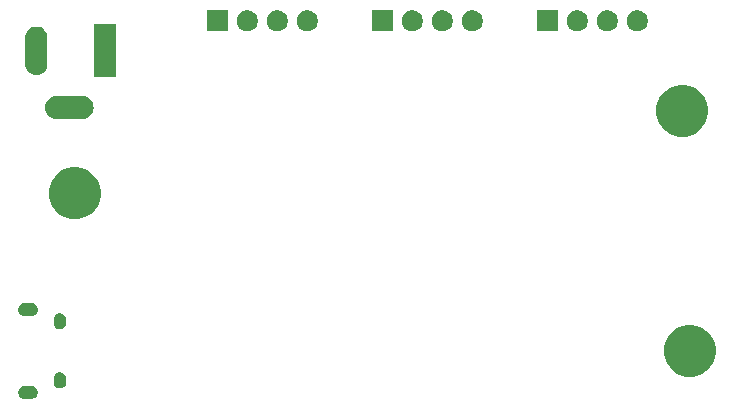
<source format=gbr>
G04 #@! TF.GenerationSoftware,KiCad,Pcbnew,(5.1.5)-3*
G04 #@! TF.CreationDate,2020-06-12T14:11:04-04:00*
G04 #@! TF.ProjectId,main,6d61696e-2e6b-4696-9361-645f70636258,rev?*
G04 #@! TF.SameCoordinates,Original*
G04 #@! TF.FileFunction,Soldermask,Bot*
G04 #@! TF.FilePolarity,Negative*
%FSLAX46Y46*%
G04 Gerber Fmt 4.6, Leading zero omitted, Abs format (unit mm)*
G04 Created by KiCad (PCBNEW (5.1.5)-3) date 2020-06-12 14:11:04*
%MOMM*%
%LPD*%
G04 APERTURE LIST*
%ADD10C,0.100000*%
G04 APERTURE END LIST*
D10*
G36*
X93568015Y-120431973D02*
G01*
X93671879Y-120463479D01*
X93699055Y-120478005D01*
X93767600Y-120514643D01*
X93851501Y-120583499D01*
X93920357Y-120667400D01*
X93956995Y-120735945D01*
X93971521Y-120763121D01*
X94003027Y-120866985D01*
X94013666Y-120975000D01*
X94003027Y-121083015D01*
X93971521Y-121186879D01*
X93971519Y-121186882D01*
X93920357Y-121282600D01*
X93851501Y-121366501D01*
X93767600Y-121435357D01*
X93699055Y-121471995D01*
X93671879Y-121486521D01*
X93568015Y-121518027D01*
X93487067Y-121526000D01*
X92882933Y-121526000D01*
X92801985Y-121518027D01*
X92698121Y-121486521D01*
X92670945Y-121471995D01*
X92602400Y-121435357D01*
X92518499Y-121366501D01*
X92449643Y-121282600D01*
X92398481Y-121186882D01*
X92398479Y-121186879D01*
X92366973Y-121083015D01*
X92356334Y-120975000D01*
X92366973Y-120866985D01*
X92398479Y-120763121D01*
X92413005Y-120735945D01*
X92449643Y-120667400D01*
X92518499Y-120583499D01*
X92602400Y-120514643D01*
X92670945Y-120478005D01*
X92698121Y-120463479D01*
X92801985Y-120431973D01*
X92882933Y-120424000D01*
X93487067Y-120424000D01*
X93568015Y-120431973D01*
G37*
G36*
X95988114Y-119306611D02*
G01*
X96087265Y-119336688D01*
X96178644Y-119385531D01*
X96258738Y-119451262D01*
X96324469Y-119531356D01*
X96373312Y-119622736D01*
X96403389Y-119721887D01*
X96411000Y-119799162D01*
X96411000Y-120150839D01*
X96403389Y-120228114D01*
X96373312Y-120327265D01*
X96324469Y-120418644D01*
X96258738Y-120498738D01*
X96178644Y-120564469D01*
X96087264Y-120613312D01*
X95988113Y-120643389D01*
X95885000Y-120653545D01*
X95781886Y-120643389D01*
X95682735Y-120613312D01*
X95591356Y-120564469D01*
X95511262Y-120498738D01*
X95445531Y-120418644D01*
X95396688Y-120327264D01*
X95366611Y-120228113D01*
X95359000Y-120150838D01*
X95359000Y-119799161D01*
X95366611Y-119721886D01*
X95386663Y-119655785D01*
X95396689Y-119622734D01*
X95445532Y-119531356D01*
X95511263Y-119451262D01*
X95591357Y-119385531D01*
X95682736Y-119336688D01*
X95781887Y-119306611D01*
X95885000Y-119296455D01*
X95988114Y-119306611D01*
G37*
G36*
X149867007Y-115358582D02*
G01*
X150267563Y-115524498D01*
X150267565Y-115524499D01*
X150628056Y-115765371D01*
X150934629Y-116071944D01*
X151175501Y-116432435D01*
X151175502Y-116432437D01*
X151341418Y-116832993D01*
X151426000Y-117258219D01*
X151426000Y-117691781D01*
X151341418Y-118117007D01*
X151175502Y-118517563D01*
X151175501Y-118517565D01*
X150934629Y-118878056D01*
X150628056Y-119184629D01*
X150267565Y-119425501D01*
X150267564Y-119425502D01*
X150267563Y-119425502D01*
X149867007Y-119591418D01*
X149441781Y-119676000D01*
X149008219Y-119676000D01*
X148582993Y-119591418D01*
X148182437Y-119425502D01*
X148182436Y-119425502D01*
X148182435Y-119425501D01*
X147821944Y-119184629D01*
X147515371Y-118878056D01*
X147274499Y-118517565D01*
X147274498Y-118517563D01*
X147108582Y-118117007D01*
X147024000Y-117691781D01*
X147024000Y-117258219D01*
X147108582Y-116832993D01*
X147274498Y-116432437D01*
X147274499Y-116432435D01*
X147515371Y-116071944D01*
X147821944Y-115765371D01*
X148182435Y-115524499D01*
X148182437Y-115524498D01*
X148582993Y-115358582D01*
X149008219Y-115274000D01*
X149441781Y-115274000D01*
X149867007Y-115358582D01*
G37*
G36*
X95988114Y-114306611D02*
G01*
X96087265Y-114336688D01*
X96178644Y-114385531D01*
X96258738Y-114451262D01*
X96324469Y-114531356D01*
X96373312Y-114622736D01*
X96403389Y-114721887D01*
X96411000Y-114799162D01*
X96411000Y-115150839D01*
X96403389Y-115228114D01*
X96373312Y-115327265D01*
X96324469Y-115418644D01*
X96258738Y-115498738D01*
X96178644Y-115564469D01*
X96087264Y-115613312D01*
X95988113Y-115643389D01*
X95885000Y-115653545D01*
X95781886Y-115643389D01*
X95682735Y-115613312D01*
X95591356Y-115564469D01*
X95511262Y-115498738D01*
X95445531Y-115418644D01*
X95396688Y-115327264D01*
X95366611Y-115228113D01*
X95359000Y-115150838D01*
X95359000Y-114799161D01*
X95366611Y-114721886D01*
X95386663Y-114655785D01*
X95396689Y-114622734D01*
X95445532Y-114531356D01*
X95456471Y-114518027D01*
X95511263Y-114451262D01*
X95591357Y-114385531D01*
X95682736Y-114336688D01*
X95781887Y-114306611D01*
X95885000Y-114296455D01*
X95988114Y-114306611D01*
G37*
G36*
X93568015Y-113431973D02*
G01*
X93671879Y-113463479D01*
X93699055Y-113478005D01*
X93767600Y-113514643D01*
X93851501Y-113583499D01*
X93920357Y-113667400D01*
X93956995Y-113735945D01*
X93971521Y-113763121D01*
X94003027Y-113866985D01*
X94013666Y-113975000D01*
X94003027Y-114083015D01*
X93971521Y-114186879D01*
X93971519Y-114186882D01*
X93920357Y-114282600D01*
X93851501Y-114366501D01*
X93767600Y-114435357D01*
X93699055Y-114471995D01*
X93671879Y-114486521D01*
X93568015Y-114518027D01*
X93487067Y-114526000D01*
X92882933Y-114526000D01*
X92801985Y-114518027D01*
X92698121Y-114486521D01*
X92670945Y-114471995D01*
X92602400Y-114435357D01*
X92518499Y-114366501D01*
X92449643Y-114282600D01*
X92398481Y-114186882D01*
X92398479Y-114186879D01*
X92366973Y-114083015D01*
X92356334Y-113975000D01*
X92366973Y-113866985D01*
X92398479Y-113763121D01*
X92413005Y-113735945D01*
X92449643Y-113667400D01*
X92518499Y-113583499D01*
X92602400Y-113514643D01*
X92670945Y-113478005D01*
X92698121Y-113463479D01*
X92801985Y-113431973D01*
X92882933Y-113424000D01*
X93487067Y-113424000D01*
X93568015Y-113431973D01*
G37*
G36*
X97797007Y-102023582D02*
G01*
X98197563Y-102189498D01*
X98197565Y-102189499D01*
X98558056Y-102430371D01*
X98864629Y-102736944D01*
X99105501Y-103097435D01*
X99105502Y-103097437D01*
X99271418Y-103497993D01*
X99356000Y-103923219D01*
X99356000Y-104356781D01*
X99271418Y-104782007D01*
X99105502Y-105182563D01*
X99105501Y-105182565D01*
X98864629Y-105543056D01*
X98558056Y-105849629D01*
X98197565Y-106090501D01*
X98197564Y-106090502D01*
X98197563Y-106090502D01*
X97797007Y-106256418D01*
X97371781Y-106341000D01*
X96938219Y-106341000D01*
X96512993Y-106256418D01*
X96112437Y-106090502D01*
X96112436Y-106090502D01*
X96112435Y-106090501D01*
X95751944Y-105849629D01*
X95445371Y-105543056D01*
X95204499Y-105182565D01*
X95204498Y-105182563D01*
X95038582Y-104782007D01*
X94954000Y-104356781D01*
X94954000Y-103923219D01*
X95038582Y-103497993D01*
X95204498Y-103097437D01*
X95204499Y-103097435D01*
X95445371Y-102736944D01*
X95751944Y-102430371D01*
X96112435Y-102189499D01*
X96112437Y-102189498D01*
X96512993Y-102023582D01*
X96938219Y-101939000D01*
X97371781Y-101939000D01*
X97797007Y-102023582D01*
G37*
G36*
X149232007Y-95038582D02*
G01*
X149632563Y-95204498D01*
X149632565Y-95204499D01*
X149993056Y-95445371D01*
X150299629Y-95751944D01*
X150519127Y-96080447D01*
X150540502Y-96112437D01*
X150706418Y-96512993D01*
X150791000Y-96938219D01*
X150791000Y-97371781D01*
X150706418Y-97797007D01*
X150540502Y-98197563D01*
X150540501Y-98197565D01*
X150299629Y-98558056D01*
X149993056Y-98864629D01*
X149632565Y-99105501D01*
X149632564Y-99105502D01*
X149632563Y-99105502D01*
X149232007Y-99271418D01*
X148806781Y-99356000D01*
X148373219Y-99356000D01*
X147947993Y-99271418D01*
X147547437Y-99105502D01*
X147547436Y-99105502D01*
X147547435Y-99105501D01*
X147186944Y-98864629D01*
X146880371Y-98558056D01*
X146639499Y-98197565D01*
X146639498Y-98197563D01*
X146473582Y-97797007D01*
X146389000Y-97371781D01*
X146389000Y-96938219D01*
X146473582Y-96512993D01*
X146639498Y-96112437D01*
X146660873Y-96080447D01*
X146880371Y-95751944D01*
X147186944Y-95445371D01*
X147547435Y-95204499D01*
X147547437Y-95204498D01*
X147947993Y-95038582D01*
X148373219Y-94954000D01*
X148806781Y-94954000D01*
X149232007Y-95038582D01*
G37*
G36*
X97981425Y-95937760D02*
G01*
X97981428Y-95937761D01*
X97981429Y-95937761D01*
X98160693Y-95992140D01*
X98160696Y-95992142D01*
X98160697Y-95992142D01*
X98325903Y-96080446D01*
X98470712Y-96199288D01*
X98589554Y-96344097D01*
X98677858Y-96509303D01*
X98677860Y-96509307D01*
X98732239Y-96688571D01*
X98732240Y-96688575D01*
X98750601Y-96875000D01*
X98732240Y-97061425D01*
X98732239Y-97061428D01*
X98732239Y-97061429D01*
X98677860Y-97240693D01*
X98677858Y-97240696D01*
X98677858Y-97240697D01*
X98589554Y-97405903D01*
X98470712Y-97550712D01*
X98325903Y-97669554D01*
X98160697Y-97757858D01*
X98160693Y-97757860D01*
X97981429Y-97812239D01*
X97981428Y-97812239D01*
X97981425Y-97812240D01*
X97841718Y-97826000D01*
X95548282Y-97826000D01*
X95408575Y-97812240D01*
X95408572Y-97812239D01*
X95408571Y-97812239D01*
X95229307Y-97757860D01*
X95229303Y-97757858D01*
X95064097Y-97669554D01*
X94919288Y-97550712D01*
X94800446Y-97405903D01*
X94712142Y-97240697D01*
X94712142Y-97240696D01*
X94712140Y-97240693D01*
X94657761Y-97061429D01*
X94657761Y-97061428D01*
X94657760Y-97061425D01*
X94639399Y-96875000D01*
X94657760Y-96688575D01*
X94657761Y-96688571D01*
X94712140Y-96509307D01*
X94712142Y-96509303D01*
X94800446Y-96344097D01*
X94919288Y-96199288D01*
X95064097Y-96080446D01*
X95229303Y-95992142D01*
X95229304Y-95992142D01*
X95229307Y-95992140D01*
X95408571Y-95937761D01*
X95408572Y-95937761D01*
X95408575Y-95937760D01*
X95548282Y-95924000D01*
X97841718Y-95924000D01*
X97981425Y-95937760D01*
G37*
G36*
X100646000Y-94326000D02*
G01*
X98744000Y-94326000D01*
X98744000Y-89824000D01*
X100646000Y-89824000D01*
X100646000Y-94326000D01*
G37*
G36*
X94081425Y-90037760D02*
G01*
X94081428Y-90037761D01*
X94081429Y-90037761D01*
X94260693Y-90092140D01*
X94260696Y-90092142D01*
X94260697Y-90092142D01*
X94425903Y-90180446D01*
X94570712Y-90299288D01*
X94689554Y-90444097D01*
X94777858Y-90609303D01*
X94777860Y-90609307D01*
X94832239Y-90788571D01*
X94832240Y-90788575D01*
X94846000Y-90928282D01*
X94846000Y-93221718D01*
X94832240Y-93361425D01*
X94832239Y-93361428D01*
X94832239Y-93361429D01*
X94777860Y-93540693D01*
X94777858Y-93540696D01*
X94777858Y-93540697D01*
X94689554Y-93705903D01*
X94570712Y-93850712D01*
X94425903Y-93969554D01*
X94260696Y-94057858D01*
X94260692Y-94057860D01*
X94081428Y-94112239D01*
X94081427Y-94112239D01*
X94081424Y-94112240D01*
X93895000Y-94130601D01*
X93708575Y-94112240D01*
X93708572Y-94112239D01*
X93708571Y-94112239D01*
X93529307Y-94057860D01*
X93529303Y-94057858D01*
X93364097Y-93969554D01*
X93219288Y-93850712D01*
X93100446Y-93705903D01*
X93012142Y-93540696D01*
X93012141Y-93540693D01*
X93012140Y-93540692D01*
X92957761Y-93361428D01*
X92957761Y-93361427D01*
X92957760Y-93361424D01*
X92944000Y-93221717D01*
X92944001Y-90928282D01*
X92957761Y-90788575D01*
X92957762Y-90788571D01*
X93012141Y-90609307D01*
X93012143Y-90609303D01*
X93100447Y-90444097D01*
X93219289Y-90299288D01*
X93364098Y-90180446D01*
X93529304Y-90092142D01*
X93529305Y-90092142D01*
X93529308Y-90092140D01*
X93708572Y-90037761D01*
X93708573Y-90037761D01*
X93708576Y-90037760D01*
X93895000Y-90019399D01*
X94081425Y-90037760D01*
G37*
G36*
X128383512Y-88638927D02*
G01*
X128532812Y-88668624D01*
X128696784Y-88736544D01*
X128844354Y-88835147D01*
X128969853Y-88960646D01*
X129068456Y-89108216D01*
X129136376Y-89272188D01*
X129171000Y-89446259D01*
X129171000Y-89623741D01*
X129136376Y-89797812D01*
X129068456Y-89961784D01*
X128969853Y-90109354D01*
X128844354Y-90234853D01*
X128696784Y-90333456D01*
X128532812Y-90401376D01*
X128383512Y-90431073D01*
X128358742Y-90436000D01*
X128181258Y-90436000D01*
X128156488Y-90431073D01*
X128007188Y-90401376D01*
X127843216Y-90333456D01*
X127695646Y-90234853D01*
X127570147Y-90109354D01*
X127471544Y-89961784D01*
X127403624Y-89797812D01*
X127369000Y-89623741D01*
X127369000Y-89446259D01*
X127403624Y-89272188D01*
X127471544Y-89108216D01*
X127570147Y-88960646D01*
X127695646Y-88835147D01*
X127843216Y-88736544D01*
X128007188Y-88668624D01*
X128156488Y-88638927D01*
X128181258Y-88634000D01*
X128358742Y-88634000D01*
X128383512Y-88638927D01*
G37*
G36*
X125843512Y-88638927D02*
G01*
X125992812Y-88668624D01*
X126156784Y-88736544D01*
X126304354Y-88835147D01*
X126429853Y-88960646D01*
X126528456Y-89108216D01*
X126596376Y-89272188D01*
X126631000Y-89446259D01*
X126631000Y-89623741D01*
X126596376Y-89797812D01*
X126528456Y-89961784D01*
X126429853Y-90109354D01*
X126304354Y-90234853D01*
X126156784Y-90333456D01*
X125992812Y-90401376D01*
X125843512Y-90431073D01*
X125818742Y-90436000D01*
X125641258Y-90436000D01*
X125616488Y-90431073D01*
X125467188Y-90401376D01*
X125303216Y-90333456D01*
X125155646Y-90234853D01*
X125030147Y-90109354D01*
X124931544Y-89961784D01*
X124863624Y-89797812D01*
X124829000Y-89623741D01*
X124829000Y-89446259D01*
X124863624Y-89272188D01*
X124931544Y-89108216D01*
X125030147Y-88960646D01*
X125155646Y-88835147D01*
X125303216Y-88736544D01*
X125467188Y-88668624D01*
X125616488Y-88638927D01*
X125641258Y-88634000D01*
X125818742Y-88634000D01*
X125843512Y-88638927D01*
G37*
G36*
X124091000Y-90436000D02*
G01*
X122289000Y-90436000D01*
X122289000Y-88634000D01*
X124091000Y-88634000D01*
X124091000Y-90436000D01*
G37*
G36*
X130923512Y-88638927D02*
G01*
X131072812Y-88668624D01*
X131236784Y-88736544D01*
X131384354Y-88835147D01*
X131509853Y-88960646D01*
X131608456Y-89108216D01*
X131676376Y-89272188D01*
X131711000Y-89446259D01*
X131711000Y-89623741D01*
X131676376Y-89797812D01*
X131608456Y-89961784D01*
X131509853Y-90109354D01*
X131384354Y-90234853D01*
X131236784Y-90333456D01*
X131072812Y-90401376D01*
X130923512Y-90431073D01*
X130898742Y-90436000D01*
X130721258Y-90436000D01*
X130696488Y-90431073D01*
X130547188Y-90401376D01*
X130383216Y-90333456D01*
X130235646Y-90234853D01*
X130110147Y-90109354D01*
X130011544Y-89961784D01*
X129943624Y-89797812D01*
X129909000Y-89623741D01*
X129909000Y-89446259D01*
X129943624Y-89272188D01*
X130011544Y-89108216D01*
X130110147Y-88960646D01*
X130235646Y-88835147D01*
X130383216Y-88736544D01*
X130547188Y-88668624D01*
X130696488Y-88638927D01*
X130721258Y-88634000D01*
X130898742Y-88634000D01*
X130923512Y-88638927D01*
G37*
G36*
X114413512Y-88638927D02*
G01*
X114562812Y-88668624D01*
X114726784Y-88736544D01*
X114874354Y-88835147D01*
X114999853Y-88960646D01*
X115098456Y-89108216D01*
X115166376Y-89272188D01*
X115201000Y-89446259D01*
X115201000Y-89623741D01*
X115166376Y-89797812D01*
X115098456Y-89961784D01*
X114999853Y-90109354D01*
X114874354Y-90234853D01*
X114726784Y-90333456D01*
X114562812Y-90401376D01*
X114413512Y-90431073D01*
X114388742Y-90436000D01*
X114211258Y-90436000D01*
X114186488Y-90431073D01*
X114037188Y-90401376D01*
X113873216Y-90333456D01*
X113725646Y-90234853D01*
X113600147Y-90109354D01*
X113501544Y-89961784D01*
X113433624Y-89797812D01*
X113399000Y-89623741D01*
X113399000Y-89446259D01*
X113433624Y-89272188D01*
X113501544Y-89108216D01*
X113600147Y-88960646D01*
X113725646Y-88835147D01*
X113873216Y-88736544D01*
X114037188Y-88668624D01*
X114186488Y-88638927D01*
X114211258Y-88634000D01*
X114388742Y-88634000D01*
X114413512Y-88638927D01*
G37*
G36*
X111873512Y-88638927D02*
G01*
X112022812Y-88668624D01*
X112186784Y-88736544D01*
X112334354Y-88835147D01*
X112459853Y-88960646D01*
X112558456Y-89108216D01*
X112626376Y-89272188D01*
X112661000Y-89446259D01*
X112661000Y-89623741D01*
X112626376Y-89797812D01*
X112558456Y-89961784D01*
X112459853Y-90109354D01*
X112334354Y-90234853D01*
X112186784Y-90333456D01*
X112022812Y-90401376D01*
X111873512Y-90431073D01*
X111848742Y-90436000D01*
X111671258Y-90436000D01*
X111646488Y-90431073D01*
X111497188Y-90401376D01*
X111333216Y-90333456D01*
X111185646Y-90234853D01*
X111060147Y-90109354D01*
X110961544Y-89961784D01*
X110893624Y-89797812D01*
X110859000Y-89623741D01*
X110859000Y-89446259D01*
X110893624Y-89272188D01*
X110961544Y-89108216D01*
X111060147Y-88960646D01*
X111185646Y-88835147D01*
X111333216Y-88736544D01*
X111497188Y-88668624D01*
X111646488Y-88638927D01*
X111671258Y-88634000D01*
X111848742Y-88634000D01*
X111873512Y-88638927D01*
G37*
G36*
X110121000Y-90436000D02*
G01*
X108319000Y-90436000D01*
X108319000Y-88634000D01*
X110121000Y-88634000D01*
X110121000Y-90436000D01*
G37*
G36*
X144893512Y-88638927D02*
G01*
X145042812Y-88668624D01*
X145206784Y-88736544D01*
X145354354Y-88835147D01*
X145479853Y-88960646D01*
X145578456Y-89108216D01*
X145646376Y-89272188D01*
X145681000Y-89446259D01*
X145681000Y-89623741D01*
X145646376Y-89797812D01*
X145578456Y-89961784D01*
X145479853Y-90109354D01*
X145354354Y-90234853D01*
X145206784Y-90333456D01*
X145042812Y-90401376D01*
X144893512Y-90431073D01*
X144868742Y-90436000D01*
X144691258Y-90436000D01*
X144666488Y-90431073D01*
X144517188Y-90401376D01*
X144353216Y-90333456D01*
X144205646Y-90234853D01*
X144080147Y-90109354D01*
X143981544Y-89961784D01*
X143913624Y-89797812D01*
X143879000Y-89623741D01*
X143879000Y-89446259D01*
X143913624Y-89272188D01*
X143981544Y-89108216D01*
X144080147Y-88960646D01*
X144205646Y-88835147D01*
X144353216Y-88736544D01*
X144517188Y-88668624D01*
X144666488Y-88638927D01*
X144691258Y-88634000D01*
X144868742Y-88634000D01*
X144893512Y-88638927D01*
G37*
G36*
X142353512Y-88638927D02*
G01*
X142502812Y-88668624D01*
X142666784Y-88736544D01*
X142814354Y-88835147D01*
X142939853Y-88960646D01*
X143038456Y-89108216D01*
X143106376Y-89272188D01*
X143141000Y-89446259D01*
X143141000Y-89623741D01*
X143106376Y-89797812D01*
X143038456Y-89961784D01*
X142939853Y-90109354D01*
X142814354Y-90234853D01*
X142666784Y-90333456D01*
X142502812Y-90401376D01*
X142353512Y-90431073D01*
X142328742Y-90436000D01*
X142151258Y-90436000D01*
X142126488Y-90431073D01*
X141977188Y-90401376D01*
X141813216Y-90333456D01*
X141665646Y-90234853D01*
X141540147Y-90109354D01*
X141441544Y-89961784D01*
X141373624Y-89797812D01*
X141339000Y-89623741D01*
X141339000Y-89446259D01*
X141373624Y-89272188D01*
X141441544Y-89108216D01*
X141540147Y-88960646D01*
X141665646Y-88835147D01*
X141813216Y-88736544D01*
X141977188Y-88668624D01*
X142126488Y-88638927D01*
X142151258Y-88634000D01*
X142328742Y-88634000D01*
X142353512Y-88638927D01*
G37*
G36*
X139813512Y-88638927D02*
G01*
X139962812Y-88668624D01*
X140126784Y-88736544D01*
X140274354Y-88835147D01*
X140399853Y-88960646D01*
X140498456Y-89108216D01*
X140566376Y-89272188D01*
X140601000Y-89446259D01*
X140601000Y-89623741D01*
X140566376Y-89797812D01*
X140498456Y-89961784D01*
X140399853Y-90109354D01*
X140274354Y-90234853D01*
X140126784Y-90333456D01*
X139962812Y-90401376D01*
X139813512Y-90431073D01*
X139788742Y-90436000D01*
X139611258Y-90436000D01*
X139586488Y-90431073D01*
X139437188Y-90401376D01*
X139273216Y-90333456D01*
X139125646Y-90234853D01*
X139000147Y-90109354D01*
X138901544Y-89961784D01*
X138833624Y-89797812D01*
X138799000Y-89623741D01*
X138799000Y-89446259D01*
X138833624Y-89272188D01*
X138901544Y-89108216D01*
X139000147Y-88960646D01*
X139125646Y-88835147D01*
X139273216Y-88736544D01*
X139437188Y-88668624D01*
X139586488Y-88638927D01*
X139611258Y-88634000D01*
X139788742Y-88634000D01*
X139813512Y-88638927D01*
G37*
G36*
X138061000Y-90436000D02*
G01*
X136259000Y-90436000D01*
X136259000Y-88634000D01*
X138061000Y-88634000D01*
X138061000Y-90436000D01*
G37*
G36*
X116953512Y-88638927D02*
G01*
X117102812Y-88668624D01*
X117266784Y-88736544D01*
X117414354Y-88835147D01*
X117539853Y-88960646D01*
X117638456Y-89108216D01*
X117706376Y-89272188D01*
X117741000Y-89446259D01*
X117741000Y-89623741D01*
X117706376Y-89797812D01*
X117638456Y-89961784D01*
X117539853Y-90109354D01*
X117414354Y-90234853D01*
X117266784Y-90333456D01*
X117102812Y-90401376D01*
X116953512Y-90431073D01*
X116928742Y-90436000D01*
X116751258Y-90436000D01*
X116726488Y-90431073D01*
X116577188Y-90401376D01*
X116413216Y-90333456D01*
X116265646Y-90234853D01*
X116140147Y-90109354D01*
X116041544Y-89961784D01*
X115973624Y-89797812D01*
X115939000Y-89623741D01*
X115939000Y-89446259D01*
X115973624Y-89272188D01*
X116041544Y-89108216D01*
X116140147Y-88960646D01*
X116265646Y-88835147D01*
X116413216Y-88736544D01*
X116577188Y-88668624D01*
X116726488Y-88638927D01*
X116751258Y-88634000D01*
X116928742Y-88634000D01*
X116953512Y-88638927D01*
G37*
M02*

</source>
